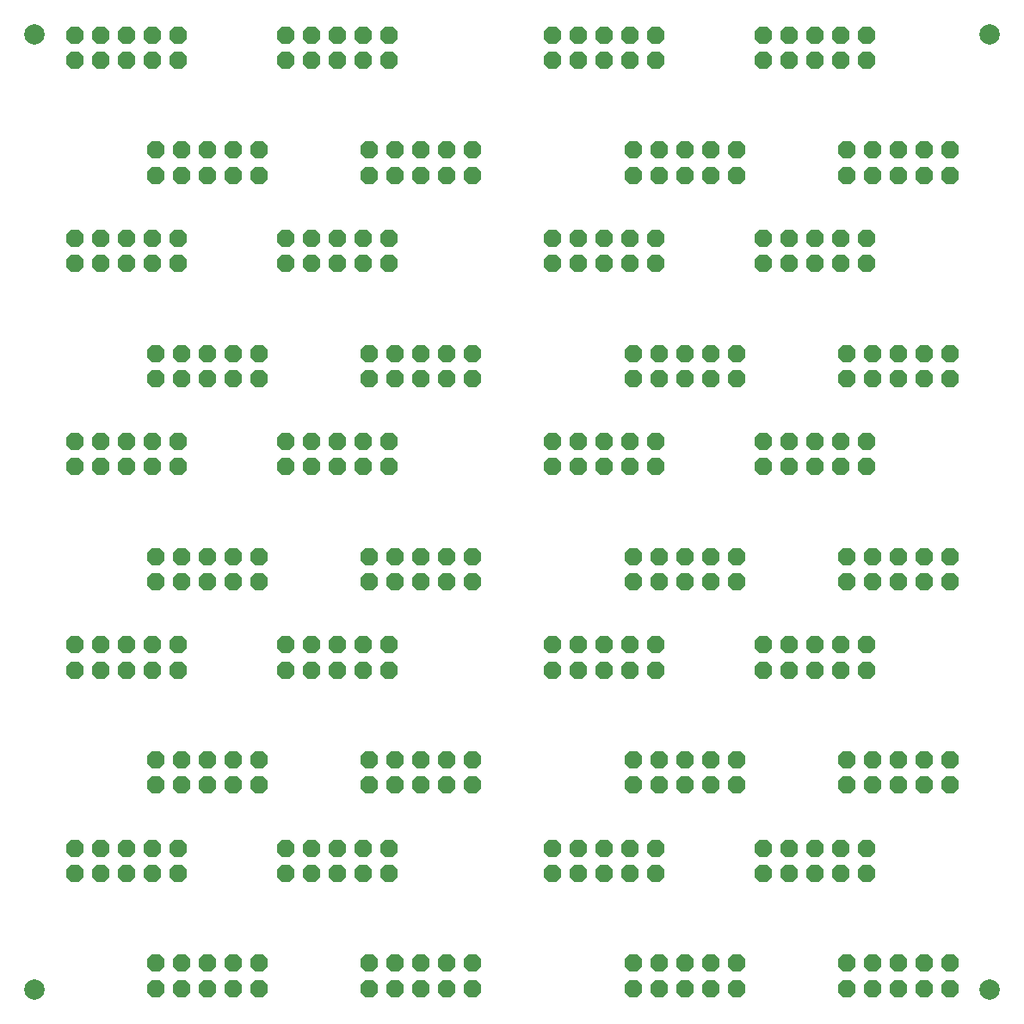
<source format=gts>
G04*
G04 #@! TF.GenerationSoftware,Altium Limited,Altium Designer,19.1.9 (167)*
G04*
G04 Layer_Color=8388736*
%FSLAX25Y25*%
%MOIN*%
G70*
G01*
G75*
%ADD15C,0.07874*%
%ADD16P,0.07253X8X382.5*%
D15*
X377953Y7874D02*
D03*
Y377953D02*
D03*
X7874D02*
D03*
Y7874D02*
D03*
D16*
X74862Y333012D02*
D03*
X64862D02*
D03*
X54862D02*
D03*
X84862D02*
D03*
X94862D02*
D03*
X94862Y323261D02*
D03*
X84862D02*
D03*
X54862D02*
D03*
X64862D02*
D03*
X74862D02*
D03*
X157461Y333012D02*
D03*
X147461D02*
D03*
X137461D02*
D03*
X167461D02*
D03*
X177461D02*
D03*
X177460Y323261D02*
D03*
X167460D02*
D03*
X137460D02*
D03*
X147460D02*
D03*
X157460D02*
D03*
X43602Y367828D02*
D03*
X33602D02*
D03*
X23602D02*
D03*
X53602D02*
D03*
X63602D02*
D03*
X63602Y377579D02*
D03*
X53602D02*
D03*
X23602D02*
D03*
X33602D02*
D03*
X43602D02*
D03*
X125102Y367828D02*
D03*
X115102D02*
D03*
X105102D02*
D03*
X135102D02*
D03*
X145102D02*
D03*
X145102Y377579D02*
D03*
X135102D02*
D03*
X105102D02*
D03*
X115102D02*
D03*
X125102D02*
D03*
X74862Y254272D02*
D03*
X64862D02*
D03*
X54862D02*
D03*
X84862D02*
D03*
X94862D02*
D03*
X94862Y244521D02*
D03*
X84862D02*
D03*
X54862D02*
D03*
X64862D02*
D03*
X74862D02*
D03*
X157461Y254272D02*
D03*
X147461D02*
D03*
X137461D02*
D03*
X167461D02*
D03*
X177461D02*
D03*
X177460Y244521D02*
D03*
X167460D02*
D03*
X137460D02*
D03*
X147460D02*
D03*
X157460D02*
D03*
X43602Y289088D02*
D03*
X33602D02*
D03*
X23602D02*
D03*
X53602D02*
D03*
X63602D02*
D03*
X63602Y298839D02*
D03*
X53602D02*
D03*
X23602D02*
D03*
X33602D02*
D03*
X43602D02*
D03*
X125102Y289088D02*
D03*
X115102D02*
D03*
X105102D02*
D03*
X135102D02*
D03*
X145102D02*
D03*
X145102Y298839D02*
D03*
X135102D02*
D03*
X105102D02*
D03*
X115102D02*
D03*
X125102D02*
D03*
X74862Y175531D02*
D03*
X64862D02*
D03*
X54862D02*
D03*
X84862D02*
D03*
X94862D02*
D03*
X94862Y165781D02*
D03*
X84862D02*
D03*
X54862D02*
D03*
X64862D02*
D03*
X74862D02*
D03*
X157461Y175531D02*
D03*
X147461D02*
D03*
X137461D02*
D03*
X167461D02*
D03*
X177461D02*
D03*
X177460Y165781D02*
D03*
X167460D02*
D03*
X137460D02*
D03*
X147460D02*
D03*
X157460D02*
D03*
X43602Y210348D02*
D03*
X33602D02*
D03*
X23602D02*
D03*
X53602D02*
D03*
X63602D02*
D03*
X63602Y220098D02*
D03*
X53602D02*
D03*
X23602D02*
D03*
X33602D02*
D03*
X43602D02*
D03*
X125102Y210348D02*
D03*
X115102D02*
D03*
X105102D02*
D03*
X135102D02*
D03*
X145102D02*
D03*
X145102Y220098D02*
D03*
X135102D02*
D03*
X105102D02*
D03*
X115102D02*
D03*
X125102D02*
D03*
X74862Y96791D02*
D03*
X64862D02*
D03*
X54862D02*
D03*
X84862D02*
D03*
X94862D02*
D03*
X94862Y87041D02*
D03*
X84862D02*
D03*
X54862D02*
D03*
X64862D02*
D03*
X74862D02*
D03*
X157461Y96791D02*
D03*
X147461D02*
D03*
X137461D02*
D03*
X167461D02*
D03*
X177461D02*
D03*
X177460Y87041D02*
D03*
X167460D02*
D03*
X137460D02*
D03*
X147460D02*
D03*
X157460D02*
D03*
X43602Y131607D02*
D03*
X33602D02*
D03*
X23602D02*
D03*
X53602D02*
D03*
X63602D02*
D03*
X63602Y141358D02*
D03*
X53602D02*
D03*
X23602D02*
D03*
X33602D02*
D03*
X43602D02*
D03*
X125102Y131607D02*
D03*
X115102D02*
D03*
X105102D02*
D03*
X135102D02*
D03*
X145102D02*
D03*
X145102Y141358D02*
D03*
X135102D02*
D03*
X105102D02*
D03*
X115102D02*
D03*
X125102D02*
D03*
X74862Y18051D02*
D03*
X64862D02*
D03*
X54862D02*
D03*
X84862D02*
D03*
X94862D02*
D03*
X94862Y8300D02*
D03*
X84862D02*
D03*
X54862D02*
D03*
X64862D02*
D03*
X74862D02*
D03*
X157461Y18051D02*
D03*
X147461D02*
D03*
X137461D02*
D03*
X167461D02*
D03*
X177461D02*
D03*
X177460Y8300D02*
D03*
X167460D02*
D03*
X137460D02*
D03*
X147460D02*
D03*
X157460D02*
D03*
X43602Y52867D02*
D03*
X33602D02*
D03*
X23602D02*
D03*
X53602D02*
D03*
X63602D02*
D03*
X63602Y62618D02*
D03*
X53602D02*
D03*
X23602D02*
D03*
X33602D02*
D03*
X43602D02*
D03*
X125102Y52867D02*
D03*
X115102D02*
D03*
X105102D02*
D03*
X135102D02*
D03*
X145102D02*
D03*
X145102Y62618D02*
D03*
X135102D02*
D03*
X105102D02*
D03*
X115102D02*
D03*
X125102D02*
D03*
X259902Y333012D02*
D03*
X249902D02*
D03*
X239902D02*
D03*
X269902D02*
D03*
X279902D02*
D03*
X279901Y323261D02*
D03*
X269901D02*
D03*
X239901D02*
D03*
X249901D02*
D03*
X259901D02*
D03*
X342500Y333012D02*
D03*
X332500D02*
D03*
X322500D02*
D03*
X352500D02*
D03*
X362500D02*
D03*
X362499Y323261D02*
D03*
X352499D02*
D03*
X322499D02*
D03*
X332499D02*
D03*
X342499D02*
D03*
X228641Y367828D02*
D03*
X218641D02*
D03*
X208641D02*
D03*
X238641D02*
D03*
X248641D02*
D03*
X248642Y377579D02*
D03*
X238642D02*
D03*
X208642D02*
D03*
X218642D02*
D03*
X228642D02*
D03*
X310141Y367828D02*
D03*
X300141D02*
D03*
X290141D02*
D03*
X320141D02*
D03*
X330141D02*
D03*
X330142Y377579D02*
D03*
X320142D02*
D03*
X290142D02*
D03*
X300142D02*
D03*
X310142D02*
D03*
X259902Y254272D02*
D03*
X249902D02*
D03*
X239902D02*
D03*
X269902D02*
D03*
X279902D02*
D03*
X279901Y244521D02*
D03*
X269901D02*
D03*
X239901D02*
D03*
X249901D02*
D03*
X259901D02*
D03*
X342500Y254272D02*
D03*
X332500D02*
D03*
X322500D02*
D03*
X352500D02*
D03*
X362500D02*
D03*
X362499Y244521D02*
D03*
X352499D02*
D03*
X322499D02*
D03*
X332499D02*
D03*
X342499D02*
D03*
X228641Y289088D02*
D03*
X218641D02*
D03*
X208641D02*
D03*
X238641D02*
D03*
X248641D02*
D03*
X248642Y298839D02*
D03*
X238642D02*
D03*
X208642D02*
D03*
X218642D02*
D03*
X228642D02*
D03*
X310141Y289088D02*
D03*
X300141D02*
D03*
X290141D02*
D03*
X320141D02*
D03*
X330141D02*
D03*
X330142Y298839D02*
D03*
X320142D02*
D03*
X290142D02*
D03*
X300142D02*
D03*
X310142D02*
D03*
X259902Y175531D02*
D03*
X249902D02*
D03*
X239902D02*
D03*
X269902D02*
D03*
X279902D02*
D03*
X279901Y165781D02*
D03*
X269901D02*
D03*
X239901D02*
D03*
X249901D02*
D03*
X259901D02*
D03*
X342500Y175531D02*
D03*
X332500D02*
D03*
X322500D02*
D03*
X352500D02*
D03*
X362500D02*
D03*
X362499Y165781D02*
D03*
X352499D02*
D03*
X322499D02*
D03*
X332499D02*
D03*
X342499D02*
D03*
X228641Y210348D02*
D03*
X218641D02*
D03*
X208641D02*
D03*
X238641D02*
D03*
X248641D02*
D03*
X248642Y220098D02*
D03*
X238642D02*
D03*
X208642D02*
D03*
X218642D02*
D03*
X228642D02*
D03*
X310141Y210348D02*
D03*
X300141D02*
D03*
X290141D02*
D03*
X320141D02*
D03*
X330141D02*
D03*
X330142Y220098D02*
D03*
X320142D02*
D03*
X290142D02*
D03*
X300142D02*
D03*
X310142D02*
D03*
X259902Y96791D02*
D03*
X249902D02*
D03*
X239902D02*
D03*
X269902D02*
D03*
X279902D02*
D03*
X279901Y87041D02*
D03*
X269901D02*
D03*
X239901D02*
D03*
X249901D02*
D03*
X259901D02*
D03*
X342500Y96791D02*
D03*
X332500D02*
D03*
X322500D02*
D03*
X352500D02*
D03*
X362500D02*
D03*
X362499Y87041D02*
D03*
X352499D02*
D03*
X322499D02*
D03*
X332499D02*
D03*
X342499D02*
D03*
X228641Y131607D02*
D03*
X218641D02*
D03*
X208641D02*
D03*
X238641D02*
D03*
X248641D02*
D03*
X248642Y141358D02*
D03*
X238642D02*
D03*
X208642D02*
D03*
X218642D02*
D03*
X228642D02*
D03*
X310141Y131607D02*
D03*
X300141D02*
D03*
X290141D02*
D03*
X320141D02*
D03*
X330141D02*
D03*
X330142Y141358D02*
D03*
X320142D02*
D03*
X290142D02*
D03*
X300142D02*
D03*
X310142D02*
D03*
X259902Y18051D02*
D03*
X249902D02*
D03*
X239902D02*
D03*
X269902D02*
D03*
X279902D02*
D03*
X279901Y8300D02*
D03*
X269901D02*
D03*
X239901D02*
D03*
X249901D02*
D03*
X259901D02*
D03*
X342500Y18051D02*
D03*
X332500D02*
D03*
X322500D02*
D03*
X352500D02*
D03*
X362500D02*
D03*
X362499Y8300D02*
D03*
X352499D02*
D03*
X322499D02*
D03*
X332499D02*
D03*
X342499D02*
D03*
X228641Y52867D02*
D03*
X218641D02*
D03*
X208641D02*
D03*
X238641D02*
D03*
X248641D02*
D03*
X248642Y62618D02*
D03*
X238642D02*
D03*
X208642D02*
D03*
X218642D02*
D03*
X228642D02*
D03*
X310141Y52867D02*
D03*
X300141D02*
D03*
X290141D02*
D03*
X320141D02*
D03*
X330141D02*
D03*
X330142Y62618D02*
D03*
X320142D02*
D03*
X290142D02*
D03*
X300142D02*
D03*
X310142D02*
D03*
M02*

</source>
